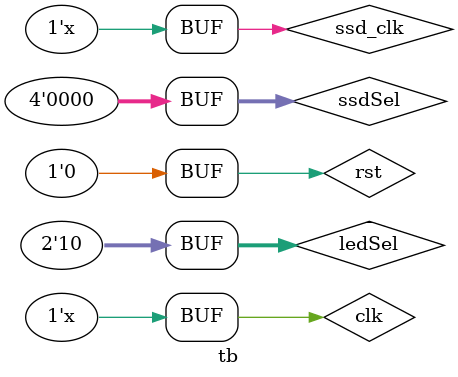
<source format=v>
`timescale 1ns / 1ps


module tb;


reg ssd_clk;
reg clk;
reg rst;
reg[1 : 0] ledSel;
reg[3 : 0] ssdSel;
wire[15 : 0] leds;
wire[12 : 0] ssd;

ProcessorMain mmmmmmmmmmmm(ssd_clk, clk, rst, ledSel, ssdSel, leds, ssd);


initial begin 
rst = 1; #40; rst = 0; 
end

initial begin
ssd_clk = 0; clk = 0; 
ledSel = 2;
ssdSel = 0;
end

always begin 
   clk = ~clk;  #20; 
end

always begin 
   ssd_clk = ~ssd_clk; #5; 
end
endmodule

</source>
